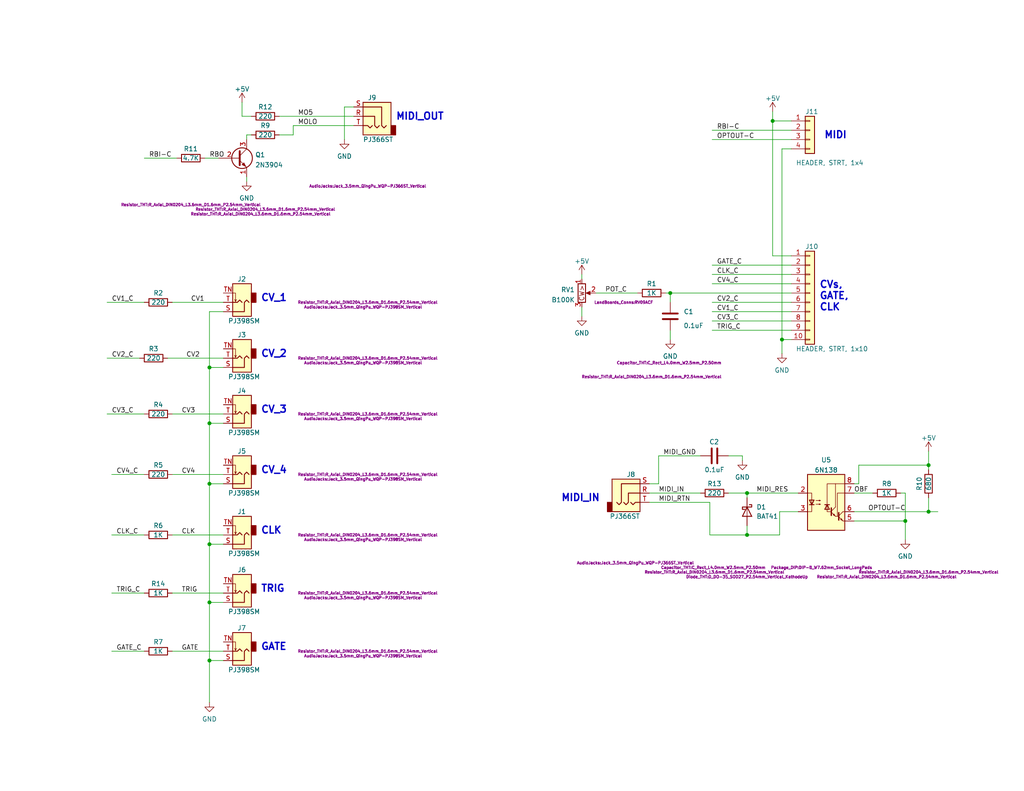
<source format=kicad_sch>
(kicad_sch (version 20211123) (generator eeschema)
  (paper "A")
  (title_block (title "SYNTH MIDI CONTROLLER - CONTROLS CARD") (date "2022-11-08") (rev "1") (company "LAND BOARDS LLC") (comment 1 "https://note.com/solder_state/n/n17e028497eba"))
  (lib_symbols
    (symbol "Connector:AudioJack2_SwitchT"
      (property "Reference" "J" (at 0 8.89 0))
      (property "Value" "AudioJack2_SwitchT" (at 0 6.35 0))
      (symbol "AudioJack2_SwitchT_0_1"
        (rectangle (start -2.54 0) (end -3.81 -2.54) (stroke (width 0.254)) (fill (type outline)))
        (polyline (pts (xy 1.778 -0.254) (xy 2.032 -0.762)))
        (polyline (pts (xy 0 0) (xy 0.635 -0.635) (xy 1.27 0) (xy 2.54 0)) (stroke (width 0.254)))
        (polyline (pts (xy 2.54 -2.54) (xy 1.778 -2.54) (xy 1.778 -0.254) (xy 1.524 -0.762)))
        (polyline (pts (xy 2.54 2.54) (xy -0.635 2.54) (xy -0.635 0) (xy -1.27 -0.635) (xy -1.905 0)) (stroke (width 0.254)))
        (rectangle (start 2.54 3.81) (end -2.54 -5.08) (stroke (width 0.254)) (fill (type background)))
      )
      (symbol "AudioJack2_SwitchT_1_1"
        (pin passive line (at 5.08 2.54 180) (length 2.54) (name "~") (number "S"))
        (pin passive line (at 5.08 0 180) (length 2.54) (name "~") (number "T"))
        (pin passive line (at 5.08 -2.54 180) (length 2.54) (name "~") (number "TN"))
      )
    )
    (symbol "Connector:AudioJack3"
      (property "Reference" "J" (at 0 8.89 0))
      (property "Value" "AudioJack3" (at 0 6.35 0))
      (symbol "AudioJack3_0_1"
        (rectangle (start -5.08 -5.08) (end -6.35 -2.54) (stroke (width 0.254)) (fill (type outline)))
        (polyline (pts (xy 0 -2.54) (xy 0.635 -3.175) (xy 1.27 -2.54) (xy 2.54 -2.54)) (stroke (width 0.254)))
        (polyline (pts (xy -1.905 -2.54) (xy -1.27 -3.175) (xy -0.635 -2.54) (xy -0.635 0) (xy 2.54 0)) (stroke (width 0.254)))
        (polyline (pts (xy 2.54 2.54) (xy -2.54 2.54) (xy -2.54 -2.54) (xy -3.175 -3.175) (xy -3.81 -2.54)) (stroke (width 0.254)))
        (rectangle (start 2.54 3.81) (end -5.08 -5.08) (stroke (width 0.254)) (fill (type background)))
      )
      (symbol "AudioJack3_1_1"
        (pin passive line (at 5.08 0 180) (length 2.54) (name "~") (number "R"))
        (pin passive line (at 5.08 2.54 180) (length 2.54) (name "~") (number "S"))
        (pin passive line (at 5.08 -2.54 180) (length 2.54) (name "~") (number "T"))
      )
    )
    (symbol "Connector_Generic:Conn_01x04" (pin_names (offset 1.016) hide)
      (property "Reference" "J" (at 0 5.08 0))
      (property "Value" "Conn_01x04" (at 0 -7.62 0))
      (symbol "Conn_01x04_1_1"
        (rectangle (start -1.27 -4.953) (end 0 -5.207) (stroke (width 0.1524)))
        (rectangle (start -1.27 -2.413) (end 0 -2.667) (stroke (width 0.1524)))
        (rectangle (start -1.27 0.127) (end 0 -0.127) (stroke (width 0.1524)))
        (rectangle (start -1.27 2.667) (end 0 2.413) (stroke (width 0.1524)))
        (rectangle (start -1.27 3.81) (end 1.27 -6.35) (stroke (width 0.254)) (fill (type background)))
        (pin passive line (at -5.08 2.54 0) (length 3.81) (name "Pin_1") (number "1"))
        (pin passive line (at -5.08 0 0) (length 3.81) (name "Pin_2") (number "2"))
        (pin passive line (at -5.08 -2.54 0) (length 3.81) (name "Pin_3") (number "3"))
        (pin passive line (at -5.08 -5.08 0) (length 3.81) (name "Pin_4") (number "4"))
      )
    )
    (symbol "Connector_Generic:Conn_01x10" (pin_names (offset 1.016) hide)
      (property "Reference" "J" (at 0 12.7 0))
      (property "Value" "Conn_01x10" (at 0 -15.24 0))
      (symbol "Conn_01x10_1_1"
        (rectangle (start -1.27 -12.573) (end 0 -12.827) (stroke (width 0.1524)))
        (rectangle (start -1.27 -10.033) (end 0 -10.287) (stroke (width 0.1524)))
        (rectangle (start -1.27 -7.493) (end 0 -7.747) (stroke (width 0.1524)))
        (rectangle (start -1.27 -4.953) (end 0 -5.207) (stroke (width 0.1524)))
        (rectangle (start -1.27 -2.413) (end 0 -2.667) (stroke (width 0.1524)))
        (rectangle (start -1.27 0.127) (end 0 -0.127) (stroke (width 0.1524)))
        (rectangle (start -1.27 2.667) (end 0 2.413) (stroke (width 0.1524)))
        (rectangle (start -1.27 5.207) (end 0 4.953) (stroke (width 0.1524)))
        (rectangle (start -1.27 7.747) (end 0 7.493) (stroke (width 0.1524)))
        (rectangle (start -1.27 10.287) (end 0 10.033) (stroke (width 0.1524)))
        (rectangle (start -1.27 11.43) (end 1.27 -13.97) (stroke (width 0.254)) (fill (type background)))
        (pin passive line (at -5.08 10.16 0) (length 3.81) (name "Pin_1") (number "1"))
        (pin passive line (at -5.08 -12.7 0) (length 3.81) (name "Pin_10") (number "10"))
        (pin passive line (at -5.08 7.62 0) (length 3.81) (name "Pin_2") (number "2"))
        (pin passive line (at -5.08 5.08 0) (length 3.81) (name "Pin_3") (number "3"))
        (pin passive line (at -5.08 2.54 0) (length 3.81) (name "Pin_4") (number "4"))
        (pin passive line (at -5.08 0 0) (length 3.81) (name "Pin_5") (number "5"))
        (pin passive line (at -5.08 -2.54 0) (length 3.81) (name "Pin_6") (number "6"))
        (pin passive line (at -5.08 -5.08 0) (length 3.81) (name "Pin_7") (number "7"))
        (pin passive line (at -5.08 -7.62 0) (length 3.81) (name "Pin_8") (number "8"))
        (pin passive line (at -5.08 -10.16 0) (length 3.81) (name "Pin_9") (number "9"))
      )
    )
    (symbol "Device:C" (pin_numbers hide) (pin_names (offset 0.254))
      (property "Reference" "C" (at 0.635 2.54 0))
      (property "Value" "C" (at 0.635 -2.54 0))
      (symbol "C_0_1"
        (polyline (pts (xy -2.032 -0.762) (xy 2.032 -0.762)) (stroke (width 0.508)))
        (polyline (pts (xy -2.032 0.762) (xy 2.032 0.762)) (stroke (width 0.508)))
      )
      (symbol "C_1_1"
        (pin passive line (at 0 3.81 270) (length 2.794) (name "~") (number "1"))
        (pin passive line (at 0 -3.81 90) (length 2.794) (name "~") (number "2"))
      )
    )
    (symbol "Device:D_Schottky" (pin_numbers hide) (pin_names (offset 1.016) hide)
      (property "Reference" "D" (at 0 2.54 0))
      (property "Value" "D_Schottky" (at 0 -2.54 0))
      (symbol "D_Schottky_0_1"
        (polyline (pts (xy 1.27 0) (xy -1.27 0)))
        (polyline (pts (xy 1.27 1.27) (xy 1.27 -1.27) (xy -1.27 0) (xy 1.27 1.27)) (stroke (width 0.254)))
        (polyline (pts (xy -1.905 0.635) (xy -1.905 1.27) (xy -1.27 1.27) (xy -1.27 -1.27) (xy -0.635 -1.27) (xy -0.635 -0.635)) (stroke (width 0.254)))
      )
      (symbol "D_Schottky_1_1"
        (pin passive line (at -3.81 0 0) (length 2.54) (name "K") (number "1"))
        (pin passive line (at 3.81 0 180) (length 2.54) (name "A") (number "2"))
      )
    )
    (symbol "Device:R" (pin_numbers hide) (pin_names (offset 0))
      (property "Reference" "R" (at 2.032 0 90))
      (property "Value" "R" (at 0 0 90))
      (symbol "R_0_1"
        (rectangle (start -1.016 -2.54) (end 1.016 2.54) (stroke (width 0.254)))
      )
      (symbol "R_1_1"
        (pin passive line (at 0 3.81 270) (length 1.27) (name "~") (number "1"))
        (pin passive line (at 0 -3.81 90) (length 1.27) (name "~") (number "2"))
      )
    )
    (symbol "Isolator:6N138" (pin_names (offset 1.016) hide)
      (property "Reference" "U" (at -4.064 8.89 0))
      (property "Value" "6N138" (at 2.286 8.89 0))
      (symbol "6N138_0_1"
        (rectangle (start -5.08 7.62) (end 5.08 -7.62) (stroke (width 0.254)) (fill (type background)))
        (polyline (pts (xy -4.572 -0.635) (xy -3.302 -0.635)) (stroke (width 0.254)))
        (polyline (pts (xy 0.889 -0.635) (xy -0.381 -0.635)) (stroke (width 0.254)))
        (polyline (pts (xy 1.397 -2.667) (xy 2.54 -3.81)))
        (polyline (pts (xy 1.397 -2.413) (xy 2.54 -1.27)))
        (polyline (pts (xy 2.54 -3.81) (xy 3.175 -3.81)))
        (polyline (pts (xy 3.429 -3.937) (xy 4.572 -5.08)))
        (polyline (pts (xy 3.429 -3.683) (xy 4.572 -2.54)))
        (polyline (pts (xy 4.572 -5.08) (xy 5.08 -5.08)))
        (polyline (pts (xy 4.572 -2.54) (xy 5.08 -2.54)))
        (polyline (pts (xy 1.397 -1.524) (xy 1.397 -3.556) (xy 1.397 -3.556)) (stroke (width 0.3556)))
        (polyline (pts (xy 2.54 -1.27) (xy 2.54 5.08) (xy 5.08 5.08)))
        (polyline (pts (xy 3.429 -2.794) (xy 3.429 -4.826) (xy 3.429 -4.826)) (stroke (width 0.3556)))
        (polyline (pts (xy 5.08 2.54) (xy 3.048 2.54) (xy 3.048 -3.81)))
        (polyline (pts (xy -5.08 -2.54) (xy -3.937 -2.54) (xy -3.937 2.54) (xy -5.08 2.54)))
        (polyline (pts (xy -3.937 -0.635) (xy -4.572 0.635) (xy -3.302 0.635) (xy -3.937 -0.635)) (stroke (width 0.254)))
        (polyline (pts (xy 0.254 -0.635) (xy 0.889 -1.905) (xy -0.381 -1.905) (xy 0.254 -0.635)) (stroke (width 0.254)))
        (polyline (pts (xy 1.27 -2.54) (xy 0.254 -2.54) (xy 0.254 5.08) (xy 2.54 5.08)))
        (polyline (pts (xy 2.413 -3.683) (xy 2.159 -3.175) (xy 1.905 -3.429) (xy 2.413 -3.683)))
        (polyline (pts (xy 4.445 -4.953) (xy 4.191 -4.445) (xy 3.937 -4.699) (xy 4.445 -4.953)))
        (polyline (pts (xy -2.794 -0.508) (xy -1.524 -0.508) (xy -1.905 -0.635) (xy -1.905 -0.381) (xy -1.524 -0.508)))
        (polyline (pts (xy -2.794 0.508) (xy -1.524 0.508) (xy -1.905 0.381) (xy -1.905 0.635) (xy -1.524 0.508)))
      )
      (symbol "6N138_1_1"
        (pin no_connect line (at -5.08 5.08 0) (length 2.54) hide (name "NC") (number "1"))
        (pin passive line (at -7.62 2.54 0) (length 2.54) (name "C1") (number "2"))
        (pin passive line (at -7.62 -2.54 0) (length 2.54) (name "C2") (number "3"))
        (pin no_connect line (at -5.08 -5.08 0) (length 2.54) hide (name "NC") (number "4"))
        (pin passive line (at 7.62 -5.08 180) (length 2.54) (name "GND") (number "5"))
        (pin passive line (at 7.62 -2.54 180) (length 2.54) (name "VO2") (number "6"))
        (pin passive line (at 7.62 2.54 180) (length 2.54) (name "VO1") (number "7"))
        (pin passive line (at 7.62 5.08 180) (length 2.54) (name "VCC") (number "8"))
      )
    )
    (symbol "LandBoards_Conns:R_Pot_CW" (pin_names (offset 1.016) hide)
      (property "Reference" "RV" (at -1.27 1.27 0))
      (property "Value" "R_Pot_CW" (at -1.27 -1.27 0))
      (symbol "R_Pot_CW_0_0"
        (text "CW>" (at 0 0 900) (effects (font (size 1.27 1.27))))
      )
      (symbol "R_Pot_CW_0_1"
        (polyline (pts (xy 2.54 0) (xy 1.524 0)))
        (polyline (pts (xy 1.143 0) (xy 2.286 0.508) (xy 2.286 -0.508) (xy 1.143 0)) (fill (type outline)))
        (rectangle (start 1.016 2.54) (end -1.016 -2.54) (stroke (width 0.254)))
      )
      (symbol "R_Pot_CW_1_1"
        (pin passive line (at 0 3.81 270) (length 1.27) (name "1") (number "1"))
        (pin passive line (at 3.81 0 180) (length 1.27) (name "2") (number "2"))
        (pin passive line (at 0 -3.81 90) (length 1.27) (name "3") (number "3"))
      )
    )
    (symbol "Transistor_BJT:2N3904" (pin_names (offset 0) hide)
      (property "Reference" "Q" (at 5.08 1.905 0))
      (property "Value" "2N3904" (at 5.08 0 0))
      (symbol "2N3904_0_1"
        (polyline (pts (xy 0.635 0.635) (xy 2.54 2.54)))
        (polyline (pts (xy 0.635 -0.635) (xy 2.54 -2.54) (xy 2.54 -2.54)))
        (polyline (pts (xy 0.635 1.905) (xy 0.635 -1.905) (xy 0.635 -1.905)) (stroke (width 0.508)))
        (polyline (pts (xy 1.27 -1.778) (xy 1.778 -1.27) (xy 2.286 -2.286) (xy 1.27 -1.778) (xy 1.27 -1.778)) (fill (type outline)))
        (circle (center 1.27 0) (radius 2.8194) (stroke (width 0.254)))
      )
      (symbol "2N3904_1_1"
        (pin passive line (at 2.54 -5.08 90) (length 2.54) (name "E") (number "1"))
        (pin passive line (at -5.08 0 0) (length 5.715) (name "B") (number "2"))
        (pin passive line (at 2.54 5.08 270) (length 2.54) (name "C") (number "3"))
      )
    )
    (symbol "power:+5V" (power) (pin_names (offset 0))
      (property "Value" "+5V" (at 0 3.556 0))
      (symbol "+5V_0_1"
        (polyline (pts (xy -0.762 1.27) (xy 0 2.54)))
        (polyline (pts (xy 0 0) (xy 0 2.54)))
        (polyline (pts (xy 0 2.54) (xy 0.762 1.27)))
      )
      (symbol "+5V_1_1"
        (pin power_in line (at 0 0 90) (length 0) hide (name "+5V") (number "1"))
      )
    )
    (symbol "power:GND" (power) (pin_names (offset 0))
      (property "Value" "GND" (at 0 -3.81 0))
      (symbol "GND_0_1"
        (polyline (pts (xy 0 0) (xy 0 -1.27) (xy 1.27 -1.27) (xy 0 -2.54) (xy -1.27 -1.27) (xy 0 -1.27)))
      )
      (symbol "GND_1_1"
        (pin power_in line (at 0 0 270) (length 0) hide (name "GND") (number "1"))
      )
    )
  )
  (junction (at 57.15 132.08))
  (junction (at 57.15 164.465))
  (junction (at 253.365 139.7))
  (junction (at 203.835 146.05))
  (junction (at 210.82 33.02))
  (junction (at 57.15 148.59))
  (junction (at 253.365 127))
  (junction (at 247.015 142.24))
  (junction (at 213.36 92.71))
  (junction (at 182.88 80.01))
  (junction (at 203.835 134.62))
  (junction (at 57.15 115.57))
  (junction (at 57.15 180.34))
  (junction (at 57.15 100.33))
  (wire (pts (xy 203.835 146.05) (xy 203.835 143.51)))
  (wire (pts (xy 182.88 80.01) (xy 182.88 82.55)))
  (wire (pts (xy 213.36 92.71) (xy 213.36 96.52)))
  (wire (pts (xy 234.315 132.08) (xy 234.315 127)))
  (wire (pts (xy 194.31 82.55) (xy 215.9 82.55)))
  (wire (pts (xy 46.99 82.55) (xy 60.96 82.55)))
  (wire (pts (xy 193.675 146.05) (xy 203.835 146.05)))
  (wire (pts (xy 57.15 115.57) (xy 57.15 100.33)))
  (wire (pts (xy 212.725 146.05) (xy 212.725 139.7)))
  (wire (pts (xy 194.31 38.1) (xy 215.9 38.1)))
  (wire (pts (xy 93.98 29.21) (xy 93.98 38.1)))
  (wire (pts (xy 203.835 146.05) (xy 212.725 146.05)))
  (wire (pts (xy 194.31 90.17) (xy 215.9 90.17)))
  (wire (pts (xy 57.15 100.33) (xy 60.96 100.33)))
  (wire (pts (xy 179.705 124.46) (xy 191.135 124.46)))
  (wire (pts (xy 210.82 33.02) (xy 215.9 33.02)))
  (wire (pts (xy 66.04 27.94) (xy 66.04 31.75)))
  (wire (pts (xy 55.88 43.18) (xy 59.69 43.18)))
  (wire (pts (xy 215.9 40.64) (xy 213.36 40.64)))
  (wire (pts (xy 76.2 31.75) (xy 96.52 31.75)))
  (wire (pts (xy 57.15 148.59) (xy 57.15 132.08)))
  (wire (pts (xy 247.015 142.24) (xy 247.015 147.32)))
  (wire (pts (xy 233.045 132.08) (xy 234.315 132.08)))
  (wire (pts (xy 181.61 80.01) (xy 182.88 80.01)))
  (wire (pts (xy 30.48 129.54) (xy 39.37 129.54)))
  (wire (pts (xy 245.745 134.62) (xy 247.015 134.62)))
  (wire (pts (xy 57.15 115.57) (xy 60.96 115.57)))
  (wire (pts (xy 76.2 36.83) (xy 80.01 36.83)))
  (wire (pts (xy 46.99 146.05) (xy 60.96 146.05)))
  (wire (pts (xy 212.725 139.7) (xy 217.805 139.7)))
  (wire (pts (xy 234.315 127) (xy 253.365 127)))
  (wire (pts (xy 194.31 77.47) (xy 215.9 77.47)))
  (wire (pts (xy 57.15 191.77) (xy 57.15 180.34)))
  (wire (pts (xy 198.755 124.46) (xy 202.565 124.46)))
  (wire (pts (xy 253.365 127) (xy 253.365 128.27)))
  (wire (pts (xy 213.36 40.64) (xy 213.36 92.71)))
  (wire (pts (xy 57.15 164.465) (xy 57.15 148.59)))
  (wire (pts (xy 39.37 43.18) (xy 48.26 43.18)))
  (wire (pts (xy 194.31 72.39) (xy 215.9 72.39)))
  (wire (pts (xy 57.15 85.09) (xy 60.96 85.09)))
  (wire (pts (xy 203.835 134.62) (xy 203.835 135.89)))
  (wire (pts (xy 46.99 177.8) (xy 60.96 177.8)))
  (wire (pts (xy 66.04 31.75) (xy 68.58 31.75)))
  (wire (pts (xy 210.82 30.48) (xy 210.82 33.02)))
  (wire (pts (xy 80.01 34.29) (xy 96.52 34.29)))
  (wire (pts (xy 182.88 90.17) (xy 182.88 92.71)))
  (wire (pts (xy 93.98 29.21) (xy 96.52 29.21)))
  (wire (pts (xy 57.15 164.465) (xy 60.96 164.465)))
  (wire (pts (xy 57.15 148.59) (xy 60.96 148.59)))
  (wire (pts (xy 198.755 134.62) (xy 203.835 134.62)))
  (wire (pts (xy 67.31 38.1) (xy 67.31 36.83)))
  (wire (pts (xy 253.365 139.7) (xy 253.365 135.89)))
  (wire (pts (xy 46.99 161.925) (xy 60.96 161.925)))
  (wire (pts (xy 67.31 48.26) (xy 67.31 49.53)))
  (wire (pts (xy 177.165 132.08) (xy 179.705 132.08)))
  (wire (pts (xy 194.31 85.09) (xy 215.9 85.09)))
  (wire (pts (xy 194.31 74.93) (xy 215.9 74.93)))
  (wire (pts (xy 203.835 134.62) (xy 217.805 134.62)))
  (wire (pts (xy 30.48 146.05) (xy 39.37 146.05)))
  (wire (pts (xy 253.365 139.7) (xy 255.905 139.7)))
  (wire (pts (xy 158.75 83.82) (xy 158.75 86.36)))
  (wire (pts (xy 158.75 76.2) (xy 158.75 74.93)))
  (wire (pts (xy 213.36 92.71) (xy 215.9 92.71)))
  (wire (pts (xy 57.15 132.08) (xy 57.15 115.57)))
  (wire (pts (xy 177.165 137.16) (xy 193.675 137.16)))
  (wire (pts (xy 29.21 82.55) (xy 39.37 82.55)))
  (wire (pts (xy 210.82 33.02) (xy 210.82 69.85)))
  (wire (pts (xy 182.88 80.01) (xy 215.9 80.01)))
  (wire (pts (xy 30.48 161.925) (xy 39.37 161.925)))
  (wire (pts (xy 194.31 87.63) (xy 215.9 87.63)))
  (wire (pts (xy 30.48 177.8) (xy 39.37 177.8)))
  (wire (pts (xy 57.15 132.08) (xy 60.96 132.08)))
  (wire (pts (xy 46.99 129.54) (xy 60.96 129.54)))
  (wire (pts (xy 247.015 134.62) (xy 247.015 142.24)))
  (wire (pts (xy 202.565 124.46) (xy 202.565 125.73)))
  (wire (pts (xy 193.675 137.16) (xy 193.675 146.05)))
  (wire (pts (xy 57.15 100.33) (xy 57.15 85.09)))
  (wire (pts (xy 253.365 123.19) (xy 253.365 127)))
  (wire (pts (xy 210.82 69.85) (xy 215.9 69.85)))
  (wire (pts (xy 67.31 36.83) (xy 68.58 36.83)))
  (wire (pts (xy 233.045 142.24) (xy 247.015 142.24)))
  (wire (pts (xy 57.15 180.34) (xy 57.15 164.465)))
  (wire (pts (xy 80.01 36.83) (xy 80.01 34.29)))
  (wire (pts (xy 162.56 80.01) (xy 173.99 80.01)))
  (wire (pts (xy 46.99 113.03) (xy 60.96 113.03)))
  (wire (pts (xy 29.21 97.79) (xy 38.1 97.79)))
  (wire (pts (xy 194.31 35.56) (xy 215.9 35.56)))
  (wire (pts (xy 191.135 134.62) (xy 177.165 134.62)))
  (wire (pts (xy 233.045 139.7) (xy 253.365 139.7)))
  (wire (pts (xy 179.705 132.08) (xy 179.705 124.46)))
  (wire (pts (xy 233.045 134.62) (xy 238.125 134.62)))
  (wire (pts (xy 29.21 113.03) (xy 39.37 113.03)))
  (wire (pts (xy 57.15 180.34) (xy 60.96 180.34)))
  (wire (pts (xy 45.72 97.79) (xy 60.96 97.79)))
  (text "CV_1" (at 71.12 82.55 0) (effects (font (size 1.905 1.905) (thickness 0.381) bold) (justify left bottom)))
  (text "CV_3" (at 71.12 113.03 0) (effects (font (size 1.905 1.905) (thickness 0.381) bold) (justify left bottom)))
  (text "GATE" (at 71.12 177.8 0) (effects (font (size 1.905 1.905) (thickness 0.381) bold) (justify left bottom)))
  (text "MIDI_IN" (at 153.035 137.16 0) (effects (font (size 1.905 1.905) (thickness 0.381) bold) (justify left bottom)))
  (text "MIDI_OUT" (at 107.95 33.02 0) (effects (font (size 1.905 1.905) (thickness 0.381) bold) (justify left bottom)))
  (text "CLK" (at 71.12 146.05 0) (effects (font (size 1.905 1.905) (thickness 0.381) bold) (justify left bottom)))
  (text "MIDI" (at 224.79 38.1 0) (effects (font (size 1.905 1.905) (thickness 0.381) bold) (justify left bottom)))
  (text "CVs,\nGATE,\nCLK" (at 223.52 85.09 0) (effects (font (size 1.905 1.905) (thickness 0.381) bold) (justify left bottom)))
  (text "TRIG" (at 71.12 161.925 0) (effects (font (size 1.905 1.905) (thickness 0.381) bold) (justify left bottom)))
  (text "CV_4" (at 71.12 129.54 0) (effects (font (size 1.905 1.905) (thickness 0.381) bold) (justify left bottom)))
  (text "CV_2" (at 71.12 97.79 0) (effects (font (size 1.905 1.905) (thickness 0.381) bold) (justify left bottom)))
  (label "CV3_C" (at 195.58 87.63 0))
  (label "CV4_C" (at 195.58 77.47 0))
  (label "GATE" (at 49.53 177.8 0))
  (label "RBI-C" (at 40.64 43.18 0))
  (label "TRIG" (at 49.53 161.925 0))
  (label "OBF" (at 233.045 134.62 0))
  (label "CV4" (at 49.53 129.54 0))
  (label "CV3_C" (at 30.48 113.03 0))
  (label "MIDI_GND" (at 180.975 124.46 0))
  (label "MIDI_RTN" (at 179.705 137.16 0))
  (label "MIDI_IN" (at 179.705 134.62 0))
  (label "CLK_C" (at 31.75 146.05 0))
  (label "CV1_C" (at 30.48 82.55 0))
  (label "MIDI_RES" (at 206.375 134.62 0))
  (label "CV3" (at 49.53 113.03 0))
  (label "POT_C" (at 165.1 80.01 0))
  (label "CV4_C" (at 31.75 129.54 0))
  (label "CLK" (at 49.53 146.05 0))
  (label "GATE_C" (at 195.58 72.39 0))
  (label "CV1_C" (at 195.58 85.09 0))
  (label "MO5" (at 81.28 31.75 0))
  (label "CV1" (at 52.07 82.55 0))
  (label "CV2_C" (at 195.58 82.55 0))
  (label "OPTOUT-C" (at 195.58 38.1 0))
  (label "CV2" (at 50.8 97.79 0))
  (label "GATE_C" (at 31.75 177.8 0))
  (label "RBO" (at 57.15 43.18 0))
  (label "OPTOUT-C" (at 236.855 139.7 0))
  (label "CV2_C" (at 30.48 97.79 0))
  (label "TRIG_C" (at 31.75 161.925 0))
  (label "CLK_C" (at 195.58 74.93 0))
  (label "TRIG_C" (at 195.58 90.17 0))
  (label "RBI-C" (at 195.58 35.56 0))
  (label "MOLO" (at 81.28 34.29 0))
  (symbol (lib_id "Connector:AudioJack3") (at 101.6 31.75 0) (mirror y) (unit 1)
    (property "Reference" "J9" (at 100.33 26.67 0) (effects (justify right)))
    (property "Value" "PJ366ST" (at 99.06 38.1 0) (effects (justify right)))
    (property "Footprint" "AudioJacks:Jack_3.5mm_QingPu_WQP-PJ366ST_Vertical" (at 100.33 50.8 0) (effects (font (size 0.762 0.762))))
  )
  (symbol (lib_id "power:+5V") (at 66.04 27.94 0) (unit 1)
    (property "Reference" "#PWR0107" (effects hide))
    (property "Value" "+5V" (at 66.04 24.3355 0))
  )
  (symbol (lib_id "power:GND") (at 93.98 38.1 0) (unit 1)
    (property "Reference" "#PWR0136" (effects hide))
    (property "Value" "GND" (at 93.98 42.6625 0))
  )
  (symbol (lib_id "Device:R") (at 194.945 134.62 90) (unit 1)
    (property "Reference" "R13" (at 194.945 132.08 90))
    (property "Value" "220" (at 194.945 134.62 90))
    (property "Footprint" "Resistor_THT:R_Axial_DIN0204_L3.6mm_D1.6mm_P2.54mm_Vertical" (at 194.945 156.21 90) (effects (font (size 0.762 0.762))))
  )
  (symbol (lib_id "Device:C") (at 194.945 124.46 90) (unit 1)
    (property "Reference" "C2" (at 196.215 120.65 90) (effects (justify left)))
    (property "Value" "0.1uF" (at 194.945 128.27 90))
    (property "Footprint" "Capacitor_THT:C_Rect_L4.0mm_W2.5mm_P2.50mm" (at 208.915 154.94 90) (effects (font (size 0.762 0.762)) (justify left)))
  )
  (symbol (lib_id "Connector:AudioJack2_SwitchT") (at 66.04 161.925 180) (unit 1)
    (property "Reference" "J6" (at 64.77 155.575 0) (effects (justify right)))
    (property "Value" "PJ398SM" (at 62.23 167.005 0) (effects (justify right)))
    (property "Footprint" "AudioJacks:Jack_3.5mm_QingPu_WQP-PJ398SM_Vertical" (at 99.06 163.195 0) (effects (font (size 0.762 0.762) bold)))
  )
  (symbol (lib_id "Device:R") (at 43.18 161.925 90) (unit 1)
    (property "Reference" "R14" (at 43.18 159.385 90))
    (property "Value" "1K" (at 43.18 161.925 90))
    (property "Footprint" "Resistor_THT:R_Axial_DIN0204_L3.6mm_D1.6mm_P2.54mm_Vertical" (at 100.33 161.925 90) (effects (font (size 0.762 0.762))))
  )
  (symbol (lib_id "Connector:AudioJack2_SwitchT") (at 66.04 146.05 180) (unit 1)
    (property "Reference" "J1" (at 64.77 139.7 0) (effects (justify right)))
    (property "Value" "PJ398SM" (at 62.23 151.13 0) (effects (justify right)))
    (property "Footprint" "AudioJacks:Jack_3.5mm_QingPu_WQP-PJ398SM_Vertical" (at 99.06 147.32 0) (effects (font (size 0.762 0.762) bold)))
  )
  (symbol (lib_id "power:GND") (at 57.15 191.77 0) (unit 1)
    (property "Reference" "#PWR0131" (effects hide))
    (property "Value" "GND" (at 57.15 196.3325 0))
  )
  (symbol (lib_id "power:+5V") (at 253.365 123.19 0) (unit 1)
    (property "Reference" "#PWR0104" (effects hide))
    (property "Value" "+5V" (at 253.365 119.5855 0))
  )
  (symbol (lib_id "Device:R") (at 72.39 36.83 90) (unit 1)
    (property "Reference" "R9" (at 72.39 34.29 90))
    (property "Value" "220" (at 72.39 36.83 90))
    (property "Footprint" "Resistor_THT:R_Axial_DIN0204_L3.6mm_D1.6mm_P2.54mm_Vertical" (at 72.39 57.15 90) (effects (font (size 0.762 0.762))))
  )
  (symbol (lib_id "power:GND") (at 182.88 92.71 0) (unit 1)
    (property "Reference" "#PWR0103" (effects hide))
    (property "Value" "GND" (at 182.88 97.2725 0))
  )
  (symbol (lib_id "Connector_Generic:Conn_01x10") (at 220.98 80.01 0) (unit 1)
    (property "Reference" "J10" (at 219.71 67.31 0) (effects (justify left)))
    (property "Value" "HEADER, STRT, 1x10" (at 217.17 95.25 0) (effects (justify left)))
    (property "Footprint" "Connector_PinHeader_2.54mm:PinHeader_1x10_P2.54mm_Vertical" (effects hide))
  )
  (symbol (lib_id "Device:R") (at 43.18 113.03 90) (unit 1)
    (property "Reference" "R4" (at 43.18 110.49 90))
    (property "Value" "220" (at 43.18 113.03 90))
    (property "Footprint" "Resistor_THT:R_Axial_DIN0204_L3.6mm_D1.6mm_P2.54mm_Vertical" (at 100.33 113.03 90) (effects (font (size 0.762 0.762))))
  )
  (symbol (lib_id "Transistor_BJT:2N3904") (at 64.77 43.18 0) (unit 1)
    (property "Reference" "Q1" (at 69.6213 42.2715 0) (effects (justify left)))
    (property "Value" "2N3904" (at 69.6213 45.0466 0) (effects (justify left)))
    (property "Footprint" "Package_TO_SOT_THT:TO-92_Inline" (effects hide))
    (property "Datasheet" "https://www.onsemi.com/pub/Collateral/2N3903-D.PDF" (effects hide))
  )
  (symbol (lib_id "Device:D_Schottky") (at 203.835 139.7 270) (unit 1)
    (property "Reference" "D1" (at 206.375 138.43 90) (effects (justify left)))
    (property "Value" "BAT41" (at 206.375 140.97 90) (effects (justify left)))
    (property "Footprint" "Diode_THT:D_DO-35_SOD27_P2.54mm_Vertical_KathodeUp" (at 203.835 157.48 90) (effects (font (size 0.762 0.762))))
  )
  (symbol (lib_id "Device:R") (at 72.39 31.75 270) (unit 1)
    (property "Reference" "R12" (at 72.39 29.21 90))
    (property "Value" "220" (at 72.39 31.75 90))
    (property "Footprint" "Resistor_THT:R_Axial_DIN0204_L3.6mm_D1.6mm_P2.54mm_Vertical" (at 71.12 58.42 90) (effects (font (size 0.762 0.762))))
  )
  (symbol (lib_id "Connector:AudioJack2_SwitchT") (at 66.04 177.8 180) (unit 1)
    (property "Reference" "J7" (at 64.77 171.45 0) (effects (justify right)))
    (property "Value" "PJ398SM" (at 62.23 182.88 0) (effects (justify right)))
    (property "Footprint" "AudioJacks:Jack_3.5mm_QingPu_WQP-PJ398SM_Vertical" (at 99.06 179.07 0) (effects (font (size 0.762 0.762) bold)))
  )
  (symbol (lib_id "Device:R") (at 253.365 132.08 180) (unit 1)
    (property "Reference" "R10" (at 250.825 132.08 90))
    (property "Value" "680" (at 253.365 132.08 90))
    (property "Footprint" "Resistor_THT:R_Axial_DIN0204_L3.6mm_D1.6mm_P2.54mm_Vertical" (at 253.365 156.21 0) (effects (font (size 0.762 0.762))))
  )
  (symbol (lib_id "Device:R") (at 43.18 129.54 90) (unit 1)
    (property "Reference" "R5" (at 43.18 127 90))
    (property "Value" "220" (at 43.18 129.54 90))
    (property "Footprint" "Resistor_THT:R_Axial_DIN0204_L3.6mm_D1.6mm_P2.54mm_Vertical" (at 100.33 129.54 90) (effects (font (size 0.762 0.762))))
  )
  (symbol (lib_id "Connector:AudioJack2_SwitchT") (at 66.04 129.54 180) (unit 1)
    (property "Reference" "J5" (at 64.77 123.19 0) (effects (justify right)))
    (property "Value" "PJ398SM" (at 62.23 134.62 0) (effects (justify right)))
    (property "Footprint" "AudioJacks:Jack_3.5mm_QingPu_WQP-PJ398SM_Vertical" (at 99.06 130.81 0) (effects (font (size 0.762 0.762) bold)))
  )
  (symbol (lib_id "power:GND") (at 247.015 147.32 0) (unit 1)
    (property "Reference" "#PWR0137" (effects hide))
    (property "Value" "GND" (at 247.015 151.8825 0))
  )
  (symbol (lib_id "Device:R") (at 43.18 177.8 90) (unit 1)
    (property "Reference" "R7" (at 43.18 175.26 90))
    (property "Value" "1K" (at 43.18 177.8 90))
    (property "Footprint" "Resistor_THT:R_Axial_DIN0204_L3.6mm_D1.6mm_P2.54mm_Vertical" (at 100.33 177.8 90) (effects (font (size 0.762 0.762))))
  )
  (symbol (lib_id "power:+5V") (at 210.82 30.48 0) (unit 1)
    (property "Reference" "#PWR0152" (effects hide))
    (property "Value" "+5V" (at 210.82 26.8755 0))
  )
  (symbol (lib_id "LandBoards_Conns:R_Pot_CW") (at 158.75 80.01 0) (unit 1)
    (property "Reference" "RV1" (at 156.8545 79.1015 0) (effects (justify right)))
    (property "Value" "B100K" (at 156.8545 81.8766 0) (effects (justify right)))
    (property "Footprint" "LandBoards_Conns:RV09ACF" (at 170.18 82.55 0) (effects (font (size 0.762 0.762))))
  )
  (symbol (lib_id "power:GND") (at 67.31 49.53 0) (mirror y) (unit 1)
    (property "Reference" "#PWR0106" (effects hide))
    (property "Value" "GND" (at 67.31 54.0925 0))
  )
  (symbol (lib_id "Device:R") (at 177.8 80.01 90) (unit 1)
    (property "Reference" "R1" (at 177.8 77.47 90))
    (property "Value" "1K" (at 177.8 80.01 90))
    (property "Footprint" "Resistor_THT:R_Axial_DIN0204_L3.6mm_D1.6mm_P2.54mm_Vertical" (at 177.8 102.87 90) (effects (font (size 0.762 0.762))))
  )
  (symbol (lib_id "Connector:AudioJack2_SwitchT") (at 66.04 97.79 180) (unit 1)
    (property "Reference" "J3" (at 64.77 91.44 0) (effects (justify right)))
    (property "Value" "PJ398SM" (at 62.23 102.87 0) (effects (justify right)))
    (property "Footprint" "AudioJacks:Jack_3.5mm_QingPu_WQP-PJ398SM_Vertical" (at 99.06 99.06 0) (effects (font (size 0.762 0.762) bold)))
  )
  (symbol (lib_id "Device:R") (at 41.91 97.79 90) (unit 1)
    (property "Reference" "R3" (at 41.91 95.25 90))
    (property "Value" "220" (at 41.91 97.79 90))
    (property "Footprint" "Resistor_THT:R_Axial_DIN0204_L3.6mm_D1.6mm_P2.54mm_Vertical" (at 100.33 97.79 90) (effects (font (size 0.762 0.762))))
  )
  (symbol (lib_id "power:GND") (at 158.75 86.36 0) (unit 1)
    (property "Reference" "#PWR0101" (effects hide))
    (property "Value" "GND" (at 158.75 90.9225 0))
  )
  (symbol (lib_id "Connector:AudioJack2_SwitchT") (at 66.04 113.03 180) (unit 1)
    (property "Reference" "J4" (at 64.77 106.68 0) (effects (justify right)))
    (property "Value" "PJ398SM" (at 62.23 118.11 0) (effects (justify right)))
    (property "Footprint" "AudioJacks:Jack_3.5mm_QingPu_WQP-PJ398SM_Vertical" (at 99.06 114.3 0) (effects (font (size 0.762 0.762) bold)))
  )
  (symbol (lib_id "power:+5V") (at 158.75 74.93 0) (unit 1)
    (property "Reference" "#PWR0102" (effects hide))
    (property "Value" "+5V" (at 158.75 71.3255 0))
  )
  (symbol (lib_id "power:GND") (at 213.36 96.52 0) (unit 1)
    (property "Reference" "#PWR0150" (effects hide))
    (property "Value" "GND" (at 213.36 101.0825 0))
  )
  (symbol (lib_id "Connector:AudioJack2_SwitchT") (at 66.04 82.55 180) (unit 1)
    (property "Reference" "J2" (at 64.77 76.2 0) (effects (justify right)))
    (property "Value" "PJ398SM" (at 62.23 87.63 0) (effects (justify right)))
    (property "Footprint" "AudioJacks:Jack_3.5mm_QingPu_WQP-PJ398SM_Vertical" (at 99.06 83.82 0) (effects (font (size 0.762 0.762) bold)))
  )
  (symbol (lib_id "Device:R") (at 43.18 82.55 90) (unit 1)
    (property "Reference" "R2" (at 43.18 80.01 90))
    (property "Value" "220" (at 43.18 82.55 90))
    (property "Footprint" "Resistor_THT:R_Axial_DIN0204_L3.6mm_D1.6mm_P2.54mm_Vertical" (at 100.33 82.55 90) (effects (font (size 0.762 0.762))))
  )
  (symbol (lib_id "Device:R") (at 43.18 146.05 90) (unit 1)
    (property "Reference" "R6" (at 43.18 143.51 90))
    (property "Value" "1K" (at 43.18 146.05 90))
    (property "Footprint" "Resistor_THT:R_Axial_DIN0204_L3.6mm_D1.6mm_P2.54mm_Vertical" (at 100.33 146.05 90) (effects (font (size 0.762 0.762))))
  )
  (symbol (lib_id "Device:R") (at 52.07 43.18 270) (mirror x) (unit 1)
    (property "Reference" "R11" (at 52.07 40.64 90))
    (property "Value" "4.7K" (at 52.07 43.18 90))
    (property "Footprint" "Resistor_THT:R_Axial_DIN0204_L3.6mm_D1.6mm_P2.54mm_Vertical" (at 52.07 55.88 90) (effects (font (size 0.762 0.762))))
  )
  (symbol (lib_id "Device:C") (at 182.88 86.36 180) (unit 1)
    (property "Reference" "C1" (at 189.23 85.09 0) (effects (justify left)))
    (property "Value" "0.1uF" (at 189.23 88.9 0))
    (property "Footprint" "Capacitor_THT:C_Rect_L4.0mm_W2.5mm_P2.50mm" (at 196.85 99.06 0) (effects (font (size 0.762 0.762)) (justify left)))
  )
  (symbol (lib_id "power:GND") (at 202.565 125.73 0) (unit 1)
    (property "Reference" "#PWR0149" (effects hide))
    (property "Value" "GND" (at 202.565 130.2925 0))
  )
  (symbol (lib_id "Device:R") (at 241.935 134.62 90) (unit 1)
    (property "Reference" "R8" (at 241.935 132.08 90))
    (property "Value" "1K" (at 241.935 134.62 90))
    (property "Footprint" "Resistor_THT:R_Axial_DIN0204_L3.6mm_D1.6mm_P2.54mm_Vertical" (at 241.935 157.48 90) (effects (font (size 0.762 0.762))))
  )
  (symbol (lib_id "Connector:AudioJack3") (at 172.085 134.62 0) (unit 1)
    (property "Reference" "J8" (at 173.355 129.54 0) (effects (justify right)))
    (property "Value" "PJ366ST" (at 174.625 140.97 0) (effects (justify right)))
    (property "Footprint" "AudioJacks:Jack_3.5mm_QingPu_WQP-PJ366ST_Vertical" (at 173.355 153.67 0) (effects (font (size 0.762 0.762))))
  )
  (symbol (lib_id "Connector_Generic:Conn_01x04") (at 220.98 35.56 0) (unit 1)
    (property "Reference" "J11" (at 219.71 30.48 0) (effects (justify left)))
    (property "Value" "HEADER, STRT, 1x4" (at 217.17 44.45 0) (effects (justify left)))
    (property "Footprint" "Connector_PinHeader_2.54mm:PinHeader_1x04_P2.54mm_Vertical" (effects hide))
  )
  (symbol (lib_id "Isolator:6N138") (at 225.425 137.16 0) (unit 1)
    (property "Reference" "U5" (at 225.425 125.5735 0))
    (property "Value" "6N138" (at 225.425 128.3486 0))
    (property "Footprint" "Package_DIP:DIP-8_W7.62mm_Socket_LongPads" (at 224.155 154.94 0) (effects (font (size 0.762 0.762))))
  )
)
</source>
